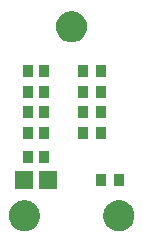
<source format=gbs>
G04 Layer: BottomSolderMaskLayer*
G04 EasyEDA v6.5.51, 2025-11-13 20:27:25*
G04 8135d319d6174492bdc44f612489c6fc,9a5be75d700b4a6385dc1106f27949ae,10*
G04 Gerber Generator version 0.2*
G04 Scale: 100 percent, Rotated: No, Reflected: No *
G04 Dimensions in millimeters *
G04 leading zeros omitted , absolute positions ,4 integer and 5 decimal *
%FSLAX45Y45*%
%MOMM*%

%AMMACRO1*4,1,8,-0.4211,-0.5008,-0.4508,-0.471,-0.4508,0.4711,-0.4211,0.5008,0.421,0.5008,0.4508,0.4711,0.4508,-0.471,0.421,-0.5008,-0.4211,-0.5008,0*%
%AMMACRO2*4,1,8,-0.7261,-0.7258,-0.7558,-0.696,-0.7558,0.6961,-0.7261,0.7258,0.726,0.7258,0.7558,0.6961,0.7558,-0.696,0.726,-0.7258,-0.7261,-0.7258,0*%
%AMMACRO3*4,1,8,-0.4243,-0.4828,-0.454,-0.453,-0.454,0.4531,-0.4243,0.4828,0.4243,0.4828,0.454,0.4531,0.454,-0.453,0.4243,-0.4828,-0.4243,-0.4828,0*%
%ADD10MACRO1*%
%ADD11MACRO2*%
%ADD12MACRO3*%
%ADD13C,0.0109*%

%LPD*%
D10*
G01*
X769998Y-575000D03*
G01*
X629998Y-575000D03*
G01*
X769998Y-749998D03*
G01*
X629998Y-749998D03*
G01*
X770001Y-924999D03*
G01*
X630001Y-924999D03*
G01*
X769998Y-1099997D03*
G01*
X629998Y-1099997D03*
G36*
X599696Y-1932066D02*
G01*
X584380Y-1931151D01*
X583765Y-1931078D01*
X568678Y-1928309D01*
X568078Y-1928162D01*
X553448Y-1923590D01*
X552879Y-1923374D01*
X538883Y-1917075D01*
X538340Y-1916788D01*
X525233Y-1908863D01*
X524733Y-1908520D01*
X512643Y-1899071D01*
X512180Y-1898660D01*
X501335Y-1887814D01*
X500923Y-1887352D01*
X491474Y-1875261D01*
X491131Y-1874761D01*
X483207Y-1861654D01*
X482920Y-1861111D01*
X476620Y-1847115D01*
X476404Y-1846546D01*
X471832Y-1831916D01*
X471685Y-1831317D01*
X468917Y-1816229D01*
X468843Y-1815614D01*
X467928Y-1800298D01*
X467928Y-1799694D01*
X468843Y-1784377D01*
X468917Y-1783763D01*
X471685Y-1768675D01*
X471832Y-1768076D01*
X476404Y-1753445D01*
X476620Y-1752876D01*
X482920Y-1738881D01*
X483207Y-1738337D01*
X491131Y-1725231D01*
X491474Y-1724731D01*
X500923Y-1712640D01*
X501335Y-1712178D01*
X512180Y-1701332D01*
X512643Y-1700921D01*
X524733Y-1691472D01*
X525233Y-1691129D01*
X538340Y-1683204D01*
X538883Y-1682917D01*
X552879Y-1676618D01*
X553448Y-1676402D01*
X568078Y-1671830D01*
X568678Y-1671683D01*
X583765Y-1668914D01*
X584380Y-1668840D01*
X599696Y-1667926D01*
X600301Y-1667926D01*
X615617Y-1668840D01*
X616231Y-1668914D01*
X631319Y-1671683D01*
X631918Y-1671830D01*
X646549Y-1676402D01*
X647118Y-1676618D01*
X661113Y-1682917D01*
X661657Y-1683204D01*
X674763Y-1691129D01*
X675264Y-1691472D01*
X687354Y-1700921D01*
X687816Y-1701332D01*
X698662Y-1712178D01*
X699074Y-1712640D01*
X708522Y-1724731D01*
X708865Y-1725231D01*
X716790Y-1738337D01*
X717077Y-1738881D01*
X723376Y-1752876D01*
X723592Y-1753445D01*
X728164Y-1768076D01*
X728311Y-1768675D01*
X731080Y-1783763D01*
X731154Y-1784377D01*
X732068Y-1799694D01*
X732068Y-1800298D01*
X731154Y-1815614D01*
X731080Y-1816229D01*
X728311Y-1831317D01*
X728164Y-1831916D01*
X723592Y-1846546D01*
X723376Y-1847115D01*
X717077Y-1861111D01*
X716790Y-1861654D01*
X708865Y-1874761D01*
X708522Y-1875261D01*
X699074Y-1887352D01*
X698662Y-1887814D01*
X687816Y-1898660D01*
X687354Y-1899071D01*
X675264Y-1908520D01*
X674763Y-1908863D01*
X661657Y-1916788D01*
X661113Y-1917075D01*
X647118Y-1923374D01*
X646549Y-1923590D01*
X631918Y-1928162D01*
X631319Y-1928309D01*
X616231Y-1931078D01*
X615617Y-1931151D01*
X600301Y-1932066D01*
G37*
G36*
X1399694Y-1932066D02*
G01*
X1384378Y-1931151D01*
X1383764Y-1931078D01*
X1368676Y-1928309D01*
X1368077Y-1928162D01*
X1353446Y-1923590D01*
X1352877Y-1923374D01*
X1338882Y-1917075D01*
X1338338Y-1916788D01*
X1325232Y-1908863D01*
X1324731Y-1908520D01*
X1312641Y-1899071D01*
X1312179Y-1898660D01*
X1301333Y-1887814D01*
X1300921Y-1887352D01*
X1291473Y-1875261D01*
X1291130Y-1874761D01*
X1283205Y-1861654D01*
X1282918Y-1861111D01*
X1276619Y-1847115D01*
X1276403Y-1846546D01*
X1271831Y-1831916D01*
X1271684Y-1831317D01*
X1268915Y-1816229D01*
X1268841Y-1815614D01*
X1267927Y-1800298D01*
X1267927Y-1799694D01*
X1268841Y-1784377D01*
X1268915Y-1783763D01*
X1271684Y-1768675D01*
X1271831Y-1768076D01*
X1276403Y-1753445D01*
X1276619Y-1752876D01*
X1282918Y-1738881D01*
X1283205Y-1738337D01*
X1291130Y-1725231D01*
X1291473Y-1724731D01*
X1300921Y-1712640D01*
X1301333Y-1712178D01*
X1312179Y-1701332D01*
X1312641Y-1700921D01*
X1324731Y-1691472D01*
X1325232Y-1691129D01*
X1338338Y-1683204D01*
X1338882Y-1682917D01*
X1352877Y-1676618D01*
X1353446Y-1676402D01*
X1368077Y-1671830D01*
X1368676Y-1671683D01*
X1383764Y-1668914D01*
X1384378Y-1668840D01*
X1399694Y-1667926D01*
X1400299Y-1667926D01*
X1415615Y-1668840D01*
X1416230Y-1668914D01*
X1431317Y-1671683D01*
X1431917Y-1671830D01*
X1446547Y-1676402D01*
X1447116Y-1676618D01*
X1461112Y-1682917D01*
X1461655Y-1683204D01*
X1474762Y-1691129D01*
X1475262Y-1691472D01*
X1487352Y-1700921D01*
X1487815Y-1701332D01*
X1498660Y-1712178D01*
X1499072Y-1712640D01*
X1508521Y-1724731D01*
X1508864Y-1725231D01*
X1516788Y-1738337D01*
X1517075Y-1738881D01*
X1523375Y-1752876D01*
X1523591Y-1753445D01*
X1528163Y-1768076D01*
X1528310Y-1768675D01*
X1531078Y-1783763D01*
X1531152Y-1784377D01*
X1532067Y-1799694D01*
X1532067Y-1800298D01*
X1531152Y-1815614D01*
X1531078Y-1816229D01*
X1528310Y-1831317D01*
X1528163Y-1831916D01*
X1523591Y-1846546D01*
X1523375Y-1847115D01*
X1517075Y-1861111D01*
X1516788Y-1861654D01*
X1508864Y-1874761D01*
X1508521Y-1875261D01*
X1499072Y-1887352D01*
X1498660Y-1887814D01*
X1487815Y-1898660D01*
X1487352Y-1899071D01*
X1475262Y-1908520D01*
X1474762Y-1908863D01*
X1461655Y-1916788D01*
X1461112Y-1917075D01*
X1447116Y-1923374D01*
X1446547Y-1923590D01*
X1431917Y-1928162D01*
X1431317Y-1928309D01*
X1416230Y-1931078D01*
X1415615Y-1931151D01*
X1400299Y-1932066D01*
G37*
D11*
G01*
X800000Y-1499997D03*
G01*
X599996Y-1499997D03*
D10*
G01*
X769998Y-1299997D03*
G01*
X629998Y-1299997D03*
D12*
G01*
X1099673Y-575000D03*
G01*
X1250323Y-575000D03*
G01*
X1099673Y-749998D03*
G01*
X1250323Y-749998D03*
G01*
X1099676Y-924999D03*
G01*
X1250326Y-924999D03*
G01*
X1099673Y-1099997D03*
G01*
X1250323Y-1099997D03*
G36*
X999695Y-332069D02*
G01*
X984379Y-331155D01*
X983764Y-331081D01*
X968677Y-328312D01*
X968077Y-328165D01*
X953447Y-323593D01*
X952878Y-323377D01*
X938883Y-317078D01*
X938339Y-316791D01*
X925233Y-308866D01*
X924732Y-308523D01*
X912642Y-299074D01*
X912180Y-298663D01*
X901334Y-287817D01*
X900922Y-287355D01*
X891473Y-275264D01*
X891131Y-274764D01*
X883206Y-261658D01*
X882919Y-261114D01*
X876620Y-247119D01*
X876404Y-246550D01*
X871832Y-231919D01*
X871684Y-231320D01*
X868916Y-216232D01*
X868842Y-215618D01*
X867928Y-200301D01*
X867928Y-199697D01*
X868842Y-184381D01*
X868916Y-183766D01*
X871684Y-168678D01*
X871832Y-168079D01*
X876404Y-153449D01*
X876620Y-152880D01*
X882919Y-138884D01*
X883206Y-138341D01*
X891131Y-125234D01*
X891473Y-124734D01*
X900922Y-112643D01*
X901334Y-112181D01*
X912180Y-101335D01*
X912642Y-100924D01*
X924732Y-91475D01*
X925233Y-91132D01*
X938339Y-83207D01*
X938883Y-82920D01*
X952878Y-76621D01*
X953447Y-76405D01*
X968077Y-71833D01*
X968677Y-71686D01*
X983764Y-68917D01*
X984379Y-68844D01*
X999695Y-67929D01*
X1000300Y-67929D01*
X1015616Y-68844D01*
X1016231Y-68917D01*
X1031318Y-71686D01*
X1031918Y-71833D01*
X1046548Y-76405D01*
X1047117Y-76621D01*
X1061112Y-82920D01*
X1061656Y-83207D01*
X1074762Y-91132D01*
X1075263Y-91475D01*
X1087353Y-100924D01*
X1087815Y-101335D01*
X1098661Y-112181D01*
X1099073Y-112643D01*
X1108522Y-124734D01*
X1108864Y-125234D01*
X1116789Y-138341D01*
X1117076Y-138884D01*
X1123375Y-152880D01*
X1123591Y-153449D01*
X1128163Y-168079D01*
X1128311Y-168678D01*
X1131079Y-183766D01*
X1131153Y-184381D01*
X1132067Y-199697D01*
X1132067Y-200301D01*
X1131153Y-215618D01*
X1131079Y-216232D01*
X1128311Y-231320D01*
X1128163Y-231919D01*
X1123591Y-246550D01*
X1123375Y-247119D01*
X1117076Y-261114D01*
X1116789Y-261658D01*
X1108864Y-274764D01*
X1108522Y-275264D01*
X1099073Y-287355D01*
X1098661Y-287817D01*
X1087815Y-298663D01*
X1087353Y-299074D01*
X1075263Y-308523D01*
X1074762Y-308866D01*
X1061656Y-316791D01*
X1061112Y-317078D01*
X1047117Y-323377D01*
X1046548Y-323593D01*
X1031918Y-328165D01*
X1031318Y-328312D01*
X1016231Y-331081D01*
X1015616Y-331155D01*
X1000300Y-332069D01*
G37*
G01*
X1249673Y-1499997D03*
G01*
X1400323Y-1499997D03*
M02*

</source>
